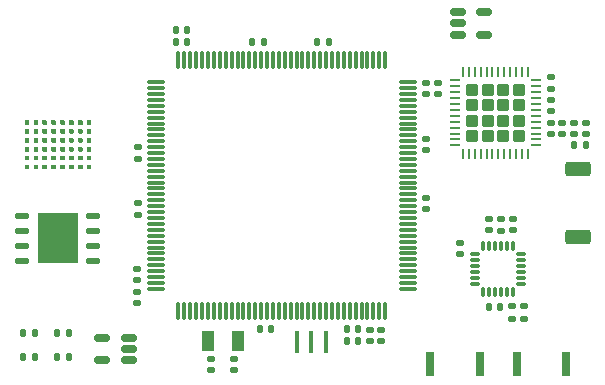
<source format=gbr>
%TF.GenerationSoftware,KiCad,Pcbnew,(6.0.4)*%
%TF.CreationDate,2023-02-01T13:33:48+08:00*%
%TF.ProjectId,Core_M4,436f7265-5f4d-4342-9e6b-696361645f70,rev?*%
%TF.SameCoordinates,Original*%
%TF.FileFunction,Paste,Top*%
%TF.FilePolarity,Positive*%
%FSLAX46Y46*%
G04 Gerber Fmt 4.6, Leading zero omitted, Abs format (unit mm)*
G04 Created by KiCad (PCBNEW (6.0.4)) date 2023-02-01 13:33:48*
%MOMM*%
%LPD*%
G01*
G04 APERTURE LIST*
G04 Aperture macros list*
%AMRoundRect*
0 Rectangle with rounded corners*
0 $1 Rounding radius*
0 $2 $3 $4 $5 $6 $7 $8 $9 X,Y pos of 4 corners*
0 Add a 4 corners polygon primitive as box body*
4,1,4,$2,$3,$4,$5,$6,$7,$8,$9,$2,$3,0*
0 Add four circle primitives for the rounded corners*
1,1,$1+$1,$2,$3*
1,1,$1+$1,$4,$5*
1,1,$1+$1,$6,$7*
1,1,$1+$1,$8,$9*
0 Add four rect primitives between the rounded corners*
20,1,$1+$1,$2,$3,$4,$5,0*
20,1,$1+$1,$4,$5,$6,$7,0*
20,1,$1+$1,$6,$7,$8,$9,0*
20,1,$1+$1,$8,$9,$2,$3,0*%
G04 Aperture macros list end*
%ADD10C,0.120000*%
%ADD11RoundRect,0.135000X0.185000X-0.135000X0.185000X0.135000X-0.185000X0.135000X-0.185000X-0.135000X0*%
%ADD12R,0.400000X1.900000*%
%ADD13RoundRect,0.075000X0.075000X-0.662500X0.075000X0.662500X-0.075000X0.662500X-0.075000X-0.662500X0*%
%ADD14RoundRect,0.075000X0.662500X-0.075000X0.662500X0.075000X-0.662500X0.075000X-0.662500X-0.075000X0*%
%ADD15RoundRect,0.140000X-0.170000X0.140000X-0.170000X-0.140000X0.170000X-0.140000X0.170000X0.140000X0*%
%ADD16RoundRect,0.140000X0.170000X-0.140000X0.170000X0.140000X-0.170000X0.140000X-0.170000X-0.140000X0*%
%ADD17RoundRect,0.140000X-0.140000X-0.170000X0.140000X-0.170000X0.140000X0.170000X-0.140000X0.170000X0*%
%ADD18RoundRect,0.147500X-0.147500X-0.172500X0.147500X-0.172500X0.147500X0.172500X-0.147500X0.172500X0*%
%ADD19C,0.400000*%
%ADD20RoundRect,0.250000X0.285000X0.285000X-0.285000X0.285000X-0.285000X-0.285000X0.285000X-0.285000X0*%
%ADD21RoundRect,0.062500X0.337500X0.062500X-0.337500X0.062500X-0.337500X-0.062500X0.337500X-0.062500X0*%
%ADD22RoundRect,0.062500X0.062500X0.337500X-0.062500X0.337500X-0.062500X-0.337500X0.062500X-0.337500X0*%
%ADD23RoundRect,0.075000X0.350000X0.075000X-0.350000X0.075000X-0.350000X-0.075000X0.350000X-0.075000X0*%
%ADD24RoundRect,0.075000X-0.075000X0.350000X-0.075000X-0.350000X0.075000X-0.350000X0.075000X0.350000X0*%
%ADD25RoundRect,0.140000X0.140000X0.170000X-0.140000X0.170000X-0.140000X-0.170000X0.140000X-0.170000X0*%
%ADD26RoundRect,0.135000X0.135000X0.185000X-0.135000X0.185000X-0.135000X-0.185000X0.135000X-0.185000X0*%
%ADD27R,1.000000X1.800000*%
%ADD28R,0.800000X2.000000*%
%ADD29RoundRect,0.250000X-0.850000X0.350000X-0.850000X-0.350000X0.850000X-0.350000X0.850000X0.350000X0*%
%ADD30RoundRect,0.135000X-0.185000X0.135000X-0.185000X-0.135000X0.185000X-0.135000X0.185000X0.135000X0*%
%ADD31RoundRect,0.150000X-0.512500X-0.150000X0.512500X-0.150000X0.512500X0.150000X-0.512500X0.150000X0*%
%ADD32RoundRect,0.150000X0.512500X0.150000X-0.512500X0.150000X-0.512500X-0.150000X0.512500X-0.150000X0*%
%ADD33O,1.276000X0.581000*%
%ADD34R,3.400000X4.300000*%
G04 APERTURE END LIST*
%TO.C,U2*%
G36*
X42295000Y-64483000D02*
G01*
X42295000Y-64707000D01*
X42267000Y-64735000D01*
X42043000Y-64735000D01*
X42015000Y-64707000D01*
X42015000Y-64483000D01*
X42043000Y-64455000D01*
X42267000Y-64455000D01*
X42295000Y-64483000D01*
G37*
D10*
X42295000Y-64483000D02*
X42295000Y-64707000D01*
X42267000Y-64735000D01*
X42043000Y-64735000D01*
X42015000Y-64707000D01*
X42015000Y-64483000D01*
X42043000Y-64455000D01*
X42267000Y-64455000D01*
X42295000Y-64483000D01*
G36*
X38545000Y-65233000D02*
G01*
X38545000Y-65457000D01*
X38517000Y-65485000D01*
X38293000Y-65485000D01*
X38265000Y-65457000D01*
X38265000Y-65233000D01*
X38293000Y-65205000D01*
X38517000Y-65205000D01*
X38545000Y-65233000D01*
G37*
X38545000Y-65233000D02*
X38545000Y-65457000D01*
X38517000Y-65485000D01*
X38293000Y-65485000D01*
X38265000Y-65457000D01*
X38265000Y-65233000D01*
X38293000Y-65205000D01*
X38517000Y-65205000D01*
X38545000Y-65233000D01*
G36*
X40045000Y-65233000D02*
G01*
X40045000Y-65457000D01*
X40017000Y-65485000D01*
X39793000Y-65485000D01*
X39765000Y-65457000D01*
X39765000Y-65233000D01*
X39793000Y-65205000D01*
X40017000Y-65205000D01*
X40045000Y-65233000D01*
G37*
X40045000Y-65233000D02*
X40045000Y-65457000D01*
X40017000Y-65485000D01*
X39793000Y-65485000D01*
X39765000Y-65457000D01*
X39765000Y-65233000D01*
X39793000Y-65205000D01*
X40017000Y-65205000D01*
X40045000Y-65233000D01*
G36*
X39295000Y-64483000D02*
G01*
X39295000Y-64707000D01*
X39267000Y-64735000D01*
X39043000Y-64735000D01*
X39015000Y-64707000D01*
X39015000Y-64483000D01*
X39043000Y-64455000D01*
X39267000Y-64455000D01*
X39295000Y-64483000D01*
G37*
X39295000Y-64483000D02*
X39295000Y-64707000D01*
X39267000Y-64735000D01*
X39043000Y-64735000D01*
X39015000Y-64707000D01*
X39015000Y-64483000D01*
X39043000Y-64455000D01*
X39267000Y-64455000D01*
X39295000Y-64483000D01*
G36*
X42295000Y-66733000D02*
G01*
X42295000Y-66957000D01*
X42267000Y-66985000D01*
X42043000Y-66985000D01*
X42015000Y-66957000D01*
X42015000Y-66733000D01*
X42043000Y-66705000D01*
X42267000Y-66705000D01*
X42295000Y-66733000D01*
G37*
X42295000Y-66733000D02*
X42295000Y-66957000D01*
X42267000Y-66985000D01*
X42043000Y-66985000D01*
X42015000Y-66957000D01*
X42015000Y-66733000D01*
X42043000Y-66705000D01*
X42267000Y-66705000D01*
X42295000Y-66733000D01*
G36*
X43045000Y-62983000D02*
G01*
X43045000Y-63207000D01*
X43017000Y-63235000D01*
X42793000Y-63235000D01*
X42765000Y-63207000D01*
X42765000Y-62983000D01*
X42793000Y-62955000D01*
X43017000Y-62955000D01*
X43045000Y-62983000D01*
G37*
X43045000Y-62983000D02*
X43045000Y-63207000D01*
X43017000Y-63235000D01*
X42793000Y-63235000D01*
X42765000Y-63207000D01*
X42765000Y-62983000D01*
X42793000Y-62955000D01*
X43017000Y-62955000D01*
X43045000Y-62983000D01*
G36*
X41545000Y-63733000D02*
G01*
X41545000Y-63957000D01*
X41517000Y-63985000D01*
X41293000Y-63985000D01*
X41265000Y-63957000D01*
X41265000Y-63733000D01*
X41293000Y-63705000D01*
X41517000Y-63705000D01*
X41545000Y-63733000D01*
G37*
X41545000Y-63733000D02*
X41545000Y-63957000D01*
X41517000Y-63985000D01*
X41293000Y-63985000D01*
X41265000Y-63957000D01*
X41265000Y-63733000D01*
X41293000Y-63705000D01*
X41517000Y-63705000D01*
X41545000Y-63733000D01*
G36*
X41545000Y-66733000D02*
G01*
X41545000Y-66957000D01*
X41517000Y-66985000D01*
X41293000Y-66985000D01*
X41265000Y-66957000D01*
X41265000Y-66733000D01*
X41293000Y-66705000D01*
X41517000Y-66705000D01*
X41545000Y-66733000D01*
G37*
X41545000Y-66733000D02*
X41545000Y-66957000D01*
X41517000Y-66985000D01*
X41293000Y-66985000D01*
X41265000Y-66957000D01*
X41265000Y-66733000D01*
X41293000Y-66705000D01*
X41517000Y-66705000D01*
X41545000Y-66733000D01*
G36*
X39295000Y-65233000D02*
G01*
X39295000Y-65457000D01*
X39267000Y-65485000D01*
X39043000Y-65485000D01*
X39015000Y-65457000D01*
X39015000Y-65233000D01*
X39043000Y-65205000D01*
X39267000Y-65205000D01*
X39295000Y-65233000D01*
G37*
X39295000Y-65233000D02*
X39295000Y-65457000D01*
X39267000Y-65485000D01*
X39043000Y-65485000D01*
X39015000Y-65457000D01*
X39015000Y-65233000D01*
X39043000Y-65205000D01*
X39267000Y-65205000D01*
X39295000Y-65233000D01*
G36*
X42295000Y-62983000D02*
G01*
X42295000Y-63207000D01*
X42267000Y-63235000D01*
X42043000Y-63235000D01*
X42015000Y-63207000D01*
X42015000Y-62983000D01*
X42043000Y-62955000D01*
X42267000Y-62955000D01*
X42295000Y-62983000D01*
G37*
X42295000Y-62983000D02*
X42295000Y-63207000D01*
X42267000Y-63235000D01*
X42043000Y-63235000D01*
X42015000Y-63207000D01*
X42015000Y-62983000D01*
X42043000Y-62955000D01*
X42267000Y-62955000D01*
X42295000Y-62983000D01*
G36*
X40045000Y-64483000D02*
G01*
X40045000Y-64707000D01*
X40017000Y-64735000D01*
X39793000Y-64735000D01*
X39765000Y-64707000D01*
X39765000Y-64483000D01*
X39793000Y-64455000D01*
X40017000Y-64455000D01*
X40045000Y-64483000D01*
G37*
X40045000Y-64483000D02*
X40045000Y-64707000D01*
X40017000Y-64735000D01*
X39793000Y-64735000D01*
X39765000Y-64707000D01*
X39765000Y-64483000D01*
X39793000Y-64455000D01*
X40017000Y-64455000D01*
X40045000Y-64483000D01*
G36*
X42295000Y-63733000D02*
G01*
X42295000Y-63957000D01*
X42267000Y-63985000D01*
X42043000Y-63985000D01*
X42015000Y-63957000D01*
X42015000Y-63733000D01*
X42043000Y-63705000D01*
X42267000Y-63705000D01*
X42295000Y-63733000D01*
G37*
X42295000Y-63733000D02*
X42295000Y-63957000D01*
X42267000Y-63985000D01*
X42043000Y-63985000D01*
X42015000Y-63957000D01*
X42015000Y-63733000D01*
X42043000Y-63705000D01*
X42267000Y-63705000D01*
X42295000Y-63733000D01*
G36*
X37795000Y-65233000D02*
G01*
X37795000Y-65457000D01*
X37767000Y-65485000D01*
X37543000Y-65485000D01*
X37515000Y-65457000D01*
X37515000Y-65233000D01*
X37543000Y-65205000D01*
X37767000Y-65205000D01*
X37795000Y-65233000D01*
G37*
X37795000Y-65233000D02*
X37795000Y-65457000D01*
X37767000Y-65485000D01*
X37543000Y-65485000D01*
X37515000Y-65457000D01*
X37515000Y-65233000D01*
X37543000Y-65205000D01*
X37767000Y-65205000D01*
X37795000Y-65233000D01*
G36*
X43045000Y-65233000D02*
G01*
X43045000Y-65457000D01*
X43017000Y-65485000D01*
X42793000Y-65485000D01*
X42765000Y-65457000D01*
X42765000Y-65233000D01*
X42793000Y-65205000D01*
X43017000Y-65205000D01*
X43045000Y-65233000D01*
G37*
X43045000Y-65233000D02*
X43045000Y-65457000D01*
X43017000Y-65485000D01*
X42793000Y-65485000D01*
X42765000Y-65457000D01*
X42765000Y-65233000D01*
X42793000Y-65205000D01*
X43017000Y-65205000D01*
X43045000Y-65233000D01*
G36*
X39295000Y-63733000D02*
G01*
X39295000Y-63957000D01*
X39267000Y-63985000D01*
X39043000Y-63985000D01*
X39015000Y-63957000D01*
X39015000Y-63733000D01*
X39043000Y-63705000D01*
X39267000Y-63705000D01*
X39295000Y-63733000D01*
G37*
X39295000Y-63733000D02*
X39295000Y-63957000D01*
X39267000Y-63985000D01*
X39043000Y-63985000D01*
X39015000Y-63957000D01*
X39015000Y-63733000D01*
X39043000Y-63705000D01*
X39267000Y-63705000D01*
X39295000Y-63733000D01*
G36*
X40795000Y-66733000D02*
G01*
X40795000Y-66957000D01*
X40767000Y-66985000D01*
X40543000Y-66985000D01*
X40515000Y-66957000D01*
X40515000Y-66733000D01*
X40543000Y-66705000D01*
X40767000Y-66705000D01*
X40795000Y-66733000D01*
G37*
X40795000Y-66733000D02*
X40795000Y-66957000D01*
X40767000Y-66985000D01*
X40543000Y-66985000D01*
X40515000Y-66957000D01*
X40515000Y-66733000D01*
X40543000Y-66705000D01*
X40767000Y-66705000D01*
X40795000Y-66733000D01*
G36*
X43045000Y-64483000D02*
G01*
X43045000Y-64707000D01*
X43017000Y-64735000D01*
X42793000Y-64735000D01*
X42765000Y-64707000D01*
X42765000Y-64483000D01*
X42793000Y-64455000D01*
X43017000Y-64455000D01*
X43045000Y-64483000D01*
G37*
X43045000Y-64483000D02*
X43045000Y-64707000D01*
X43017000Y-64735000D01*
X42793000Y-64735000D01*
X42765000Y-64707000D01*
X42765000Y-64483000D01*
X42793000Y-64455000D01*
X43017000Y-64455000D01*
X43045000Y-64483000D01*
G36*
X40795000Y-65233000D02*
G01*
X40795000Y-65457000D01*
X40767000Y-65485000D01*
X40543000Y-65485000D01*
X40515000Y-65457000D01*
X40515000Y-65233000D01*
X40543000Y-65205000D01*
X40767000Y-65205000D01*
X40795000Y-65233000D01*
G37*
X40795000Y-65233000D02*
X40795000Y-65457000D01*
X40767000Y-65485000D01*
X40543000Y-65485000D01*
X40515000Y-65457000D01*
X40515000Y-65233000D01*
X40543000Y-65205000D01*
X40767000Y-65205000D01*
X40795000Y-65233000D01*
G36*
X38545000Y-64483000D02*
G01*
X38545000Y-64707000D01*
X38517000Y-64735000D01*
X38293000Y-64735000D01*
X38265000Y-64707000D01*
X38265000Y-64483000D01*
X38293000Y-64455000D01*
X38517000Y-64455000D01*
X38545000Y-64483000D01*
G37*
X38545000Y-64483000D02*
X38545000Y-64707000D01*
X38517000Y-64735000D01*
X38293000Y-64735000D01*
X38265000Y-64707000D01*
X38265000Y-64483000D01*
X38293000Y-64455000D01*
X38517000Y-64455000D01*
X38545000Y-64483000D01*
G36*
X41545000Y-62983000D02*
G01*
X41545000Y-63207000D01*
X41517000Y-63235000D01*
X41293000Y-63235000D01*
X41265000Y-63207000D01*
X41265000Y-62983000D01*
X41293000Y-62955000D01*
X41517000Y-62955000D01*
X41545000Y-62983000D01*
G37*
X41545000Y-62983000D02*
X41545000Y-63207000D01*
X41517000Y-63235000D01*
X41293000Y-63235000D01*
X41265000Y-63207000D01*
X41265000Y-62983000D01*
X41293000Y-62955000D01*
X41517000Y-62955000D01*
X41545000Y-62983000D01*
G36*
X42295000Y-65233000D02*
G01*
X42295000Y-65457000D01*
X42267000Y-65485000D01*
X42043000Y-65485000D01*
X42015000Y-65457000D01*
X42015000Y-65233000D01*
X42043000Y-65205000D01*
X42267000Y-65205000D01*
X42295000Y-65233000D01*
G37*
X42295000Y-65233000D02*
X42295000Y-65457000D01*
X42267000Y-65485000D01*
X42043000Y-65485000D01*
X42015000Y-65457000D01*
X42015000Y-65233000D01*
X42043000Y-65205000D01*
X42267000Y-65205000D01*
X42295000Y-65233000D01*
G36*
X40045000Y-65983000D02*
G01*
X40045000Y-66207000D01*
X40017000Y-66235000D01*
X39793000Y-66235000D01*
X39765000Y-66207000D01*
X39765000Y-65983000D01*
X39793000Y-65955000D01*
X40017000Y-65955000D01*
X40045000Y-65983000D01*
G37*
X40045000Y-65983000D02*
X40045000Y-66207000D01*
X40017000Y-66235000D01*
X39793000Y-66235000D01*
X39765000Y-66207000D01*
X39765000Y-65983000D01*
X39793000Y-65955000D01*
X40017000Y-65955000D01*
X40045000Y-65983000D01*
G36*
X39295000Y-65983000D02*
G01*
X39295000Y-66207000D01*
X39267000Y-66235000D01*
X39043000Y-66235000D01*
X39015000Y-66207000D01*
X39015000Y-65983000D01*
X39043000Y-65955000D01*
X39267000Y-65955000D01*
X39295000Y-65983000D01*
G37*
X39295000Y-65983000D02*
X39295000Y-66207000D01*
X39267000Y-66235000D01*
X39043000Y-66235000D01*
X39015000Y-66207000D01*
X39015000Y-65983000D01*
X39043000Y-65955000D01*
X39267000Y-65955000D01*
X39295000Y-65983000D01*
G36*
X40045000Y-66733000D02*
G01*
X40045000Y-66957000D01*
X40017000Y-66985000D01*
X39793000Y-66985000D01*
X39765000Y-66957000D01*
X39765000Y-66733000D01*
X39793000Y-66705000D01*
X40017000Y-66705000D01*
X40045000Y-66733000D01*
G37*
X40045000Y-66733000D02*
X40045000Y-66957000D01*
X40017000Y-66985000D01*
X39793000Y-66985000D01*
X39765000Y-66957000D01*
X39765000Y-66733000D01*
X39793000Y-66705000D01*
X40017000Y-66705000D01*
X40045000Y-66733000D01*
G36*
X38545000Y-66733000D02*
G01*
X38545000Y-66957000D01*
X38517000Y-66985000D01*
X38293000Y-66985000D01*
X38265000Y-66957000D01*
X38265000Y-66733000D01*
X38293000Y-66705000D01*
X38517000Y-66705000D01*
X38545000Y-66733000D01*
G37*
X38545000Y-66733000D02*
X38545000Y-66957000D01*
X38517000Y-66985000D01*
X38293000Y-66985000D01*
X38265000Y-66957000D01*
X38265000Y-66733000D01*
X38293000Y-66705000D01*
X38517000Y-66705000D01*
X38545000Y-66733000D01*
G36*
X40045000Y-62983000D02*
G01*
X40045000Y-63207000D01*
X40017000Y-63235000D01*
X39793000Y-63235000D01*
X39765000Y-63207000D01*
X39765000Y-62983000D01*
X39793000Y-62955000D01*
X40017000Y-62955000D01*
X40045000Y-62983000D01*
G37*
X40045000Y-62983000D02*
X40045000Y-63207000D01*
X40017000Y-63235000D01*
X39793000Y-63235000D01*
X39765000Y-63207000D01*
X39765000Y-62983000D01*
X39793000Y-62955000D01*
X40017000Y-62955000D01*
X40045000Y-62983000D01*
G36*
X38545000Y-63733000D02*
G01*
X38545000Y-63957000D01*
X38517000Y-63985000D01*
X38293000Y-63985000D01*
X38265000Y-63957000D01*
X38265000Y-63733000D01*
X38293000Y-63705000D01*
X38517000Y-63705000D01*
X38545000Y-63733000D01*
G37*
X38545000Y-63733000D02*
X38545000Y-63957000D01*
X38517000Y-63985000D01*
X38293000Y-63985000D01*
X38265000Y-63957000D01*
X38265000Y-63733000D01*
X38293000Y-63705000D01*
X38517000Y-63705000D01*
X38545000Y-63733000D01*
G36*
X39295000Y-62983000D02*
G01*
X39295000Y-63207000D01*
X39267000Y-63235000D01*
X39043000Y-63235000D01*
X39015000Y-63207000D01*
X39015000Y-62983000D01*
X39043000Y-62955000D01*
X39267000Y-62955000D01*
X39295000Y-62983000D01*
G37*
X39295000Y-62983000D02*
X39295000Y-63207000D01*
X39267000Y-63235000D01*
X39043000Y-63235000D01*
X39015000Y-63207000D01*
X39015000Y-62983000D01*
X39043000Y-62955000D01*
X39267000Y-62955000D01*
X39295000Y-62983000D01*
G36*
X37795000Y-62983000D02*
G01*
X37795000Y-63207000D01*
X37767000Y-63235000D01*
X37543000Y-63235000D01*
X37515000Y-63207000D01*
X37515000Y-62983000D01*
X37543000Y-62955000D01*
X37767000Y-62955000D01*
X37795000Y-62983000D01*
G37*
X37795000Y-62983000D02*
X37795000Y-63207000D01*
X37767000Y-63235000D01*
X37543000Y-63235000D01*
X37515000Y-63207000D01*
X37515000Y-62983000D01*
X37543000Y-62955000D01*
X37767000Y-62955000D01*
X37795000Y-62983000D01*
G36*
X38545000Y-62983000D02*
G01*
X38545000Y-63207000D01*
X38517000Y-63235000D01*
X38293000Y-63235000D01*
X38265000Y-63207000D01*
X38265000Y-62983000D01*
X38293000Y-62955000D01*
X38517000Y-62955000D01*
X38545000Y-62983000D01*
G37*
X38545000Y-62983000D02*
X38545000Y-63207000D01*
X38517000Y-63235000D01*
X38293000Y-63235000D01*
X38265000Y-63207000D01*
X38265000Y-62983000D01*
X38293000Y-62955000D01*
X38517000Y-62955000D01*
X38545000Y-62983000D01*
G36*
X41545000Y-64483000D02*
G01*
X41545000Y-64707000D01*
X41517000Y-64735000D01*
X41293000Y-64735000D01*
X41265000Y-64707000D01*
X41265000Y-64483000D01*
X41293000Y-64455000D01*
X41517000Y-64455000D01*
X41545000Y-64483000D01*
G37*
X41545000Y-64483000D02*
X41545000Y-64707000D01*
X41517000Y-64735000D01*
X41293000Y-64735000D01*
X41265000Y-64707000D01*
X41265000Y-64483000D01*
X41293000Y-64455000D01*
X41517000Y-64455000D01*
X41545000Y-64483000D01*
G36*
X37795000Y-63733000D02*
G01*
X37795000Y-63957000D01*
X37767000Y-63985000D01*
X37543000Y-63985000D01*
X37515000Y-63957000D01*
X37515000Y-63733000D01*
X37543000Y-63705000D01*
X37767000Y-63705000D01*
X37795000Y-63733000D01*
G37*
X37795000Y-63733000D02*
X37795000Y-63957000D01*
X37767000Y-63985000D01*
X37543000Y-63985000D01*
X37515000Y-63957000D01*
X37515000Y-63733000D01*
X37543000Y-63705000D01*
X37767000Y-63705000D01*
X37795000Y-63733000D01*
G36*
X37795000Y-64483000D02*
G01*
X37795000Y-64707000D01*
X37767000Y-64735000D01*
X37543000Y-64735000D01*
X37515000Y-64707000D01*
X37515000Y-64483000D01*
X37543000Y-64455000D01*
X37767000Y-64455000D01*
X37795000Y-64483000D01*
G37*
X37795000Y-64483000D02*
X37795000Y-64707000D01*
X37767000Y-64735000D01*
X37543000Y-64735000D01*
X37515000Y-64707000D01*
X37515000Y-64483000D01*
X37543000Y-64455000D01*
X37767000Y-64455000D01*
X37795000Y-64483000D01*
G36*
X43045000Y-65983000D02*
G01*
X43045000Y-66207000D01*
X43017000Y-66235000D01*
X42793000Y-66235000D01*
X42765000Y-66207000D01*
X42765000Y-65983000D01*
X42793000Y-65955000D01*
X43017000Y-65955000D01*
X43045000Y-65983000D01*
G37*
X43045000Y-65983000D02*
X43045000Y-66207000D01*
X43017000Y-66235000D01*
X42793000Y-66235000D01*
X42765000Y-66207000D01*
X42765000Y-65983000D01*
X42793000Y-65955000D01*
X43017000Y-65955000D01*
X43045000Y-65983000D01*
G36*
X37795000Y-66733000D02*
G01*
X37795000Y-66957000D01*
X37767000Y-66985000D01*
X37543000Y-66985000D01*
X37515000Y-66957000D01*
X37515000Y-66733000D01*
X37543000Y-66705000D01*
X37767000Y-66705000D01*
X37795000Y-66733000D01*
G37*
X37795000Y-66733000D02*
X37795000Y-66957000D01*
X37767000Y-66985000D01*
X37543000Y-66985000D01*
X37515000Y-66957000D01*
X37515000Y-66733000D01*
X37543000Y-66705000D01*
X37767000Y-66705000D01*
X37795000Y-66733000D01*
G36*
X42295000Y-65983000D02*
G01*
X42295000Y-66207000D01*
X42267000Y-66235000D01*
X42043000Y-66235000D01*
X42015000Y-66207000D01*
X42015000Y-65983000D01*
X42043000Y-65955000D01*
X42267000Y-65955000D01*
X42295000Y-65983000D01*
G37*
X42295000Y-65983000D02*
X42295000Y-66207000D01*
X42267000Y-66235000D01*
X42043000Y-66235000D01*
X42015000Y-66207000D01*
X42015000Y-65983000D01*
X42043000Y-65955000D01*
X42267000Y-65955000D01*
X42295000Y-65983000D01*
G36*
X38545000Y-65983000D02*
G01*
X38545000Y-66207000D01*
X38517000Y-66235000D01*
X38293000Y-66235000D01*
X38265000Y-66207000D01*
X38265000Y-65983000D01*
X38293000Y-65955000D01*
X38517000Y-65955000D01*
X38545000Y-65983000D01*
G37*
X38545000Y-65983000D02*
X38545000Y-66207000D01*
X38517000Y-66235000D01*
X38293000Y-66235000D01*
X38265000Y-66207000D01*
X38265000Y-65983000D01*
X38293000Y-65955000D01*
X38517000Y-65955000D01*
X38545000Y-65983000D01*
G36*
X41545000Y-65233000D02*
G01*
X41545000Y-65457000D01*
X41517000Y-65485000D01*
X41293000Y-65485000D01*
X41265000Y-65457000D01*
X41265000Y-65233000D01*
X41293000Y-65205000D01*
X41517000Y-65205000D01*
X41545000Y-65233000D01*
G37*
X41545000Y-65233000D02*
X41545000Y-65457000D01*
X41517000Y-65485000D01*
X41293000Y-65485000D01*
X41265000Y-65457000D01*
X41265000Y-65233000D01*
X41293000Y-65205000D01*
X41517000Y-65205000D01*
X41545000Y-65233000D01*
G36*
X41545000Y-65983000D02*
G01*
X41545000Y-66207000D01*
X41517000Y-66235000D01*
X41293000Y-66235000D01*
X41265000Y-66207000D01*
X41265000Y-65983000D01*
X41293000Y-65955000D01*
X41517000Y-65955000D01*
X41545000Y-65983000D01*
G37*
X41545000Y-65983000D02*
X41545000Y-66207000D01*
X41517000Y-66235000D01*
X41293000Y-66235000D01*
X41265000Y-66207000D01*
X41265000Y-65983000D01*
X41293000Y-65955000D01*
X41517000Y-65955000D01*
X41545000Y-65983000D01*
G36*
X40045000Y-63733000D02*
G01*
X40045000Y-63957000D01*
X40017000Y-63985000D01*
X39793000Y-63985000D01*
X39765000Y-63957000D01*
X39765000Y-63733000D01*
X39793000Y-63705000D01*
X40017000Y-63705000D01*
X40045000Y-63733000D01*
G37*
X40045000Y-63733000D02*
X40045000Y-63957000D01*
X40017000Y-63985000D01*
X39793000Y-63985000D01*
X39765000Y-63957000D01*
X39765000Y-63733000D01*
X39793000Y-63705000D01*
X40017000Y-63705000D01*
X40045000Y-63733000D01*
G36*
X40795000Y-64483000D02*
G01*
X40795000Y-64707000D01*
X40767000Y-64735000D01*
X40543000Y-64735000D01*
X40515000Y-64707000D01*
X40515000Y-64483000D01*
X40543000Y-64455000D01*
X40767000Y-64455000D01*
X40795000Y-64483000D01*
G37*
X40795000Y-64483000D02*
X40795000Y-64707000D01*
X40767000Y-64735000D01*
X40543000Y-64735000D01*
X40515000Y-64707000D01*
X40515000Y-64483000D01*
X40543000Y-64455000D01*
X40767000Y-64455000D01*
X40795000Y-64483000D01*
G36*
X39295000Y-66733000D02*
G01*
X39295000Y-66957000D01*
X39267000Y-66985000D01*
X39043000Y-66985000D01*
X39015000Y-66957000D01*
X39015000Y-66733000D01*
X39043000Y-66705000D01*
X39267000Y-66705000D01*
X39295000Y-66733000D01*
G37*
X39295000Y-66733000D02*
X39295000Y-66957000D01*
X39267000Y-66985000D01*
X39043000Y-66985000D01*
X39015000Y-66957000D01*
X39015000Y-66733000D01*
X39043000Y-66705000D01*
X39267000Y-66705000D01*
X39295000Y-66733000D01*
G36*
X37795000Y-65983000D02*
G01*
X37795000Y-66207000D01*
X37767000Y-66235000D01*
X37543000Y-66235000D01*
X37515000Y-66207000D01*
X37515000Y-65983000D01*
X37543000Y-65955000D01*
X37767000Y-65955000D01*
X37795000Y-65983000D01*
G37*
X37795000Y-65983000D02*
X37795000Y-66207000D01*
X37767000Y-66235000D01*
X37543000Y-66235000D01*
X37515000Y-66207000D01*
X37515000Y-65983000D01*
X37543000Y-65955000D01*
X37767000Y-65955000D01*
X37795000Y-65983000D01*
G36*
X43045000Y-66733000D02*
G01*
X43045000Y-66957000D01*
X43017000Y-66985000D01*
X42793000Y-66985000D01*
X42765000Y-66957000D01*
X42765000Y-66733000D01*
X42793000Y-66705000D01*
X43017000Y-66705000D01*
X43045000Y-66733000D01*
G37*
X43045000Y-66733000D02*
X43045000Y-66957000D01*
X43017000Y-66985000D01*
X42793000Y-66985000D01*
X42765000Y-66957000D01*
X42765000Y-66733000D01*
X42793000Y-66705000D01*
X43017000Y-66705000D01*
X43045000Y-66733000D01*
G36*
X40795000Y-63733000D02*
G01*
X40795000Y-63957000D01*
X40767000Y-63985000D01*
X40543000Y-63985000D01*
X40515000Y-63957000D01*
X40515000Y-63733000D01*
X40543000Y-63705000D01*
X40767000Y-63705000D01*
X40795000Y-63733000D01*
G37*
X40795000Y-63733000D02*
X40795000Y-63957000D01*
X40767000Y-63985000D01*
X40543000Y-63985000D01*
X40515000Y-63957000D01*
X40515000Y-63733000D01*
X40543000Y-63705000D01*
X40767000Y-63705000D01*
X40795000Y-63733000D01*
G36*
X40795000Y-62983000D02*
G01*
X40795000Y-63207000D01*
X40767000Y-63235000D01*
X40543000Y-63235000D01*
X40515000Y-63207000D01*
X40515000Y-62983000D01*
X40543000Y-62955000D01*
X40767000Y-62955000D01*
X40795000Y-62983000D01*
G37*
X40795000Y-62983000D02*
X40795000Y-63207000D01*
X40767000Y-63235000D01*
X40543000Y-63235000D01*
X40515000Y-63207000D01*
X40515000Y-62983000D01*
X40543000Y-62955000D01*
X40767000Y-62955000D01*
X40795000Y-62983000D01*
G36*
X43045000Y-63733000D02*
G01*
X43045000Y-63957000D01*
X43017000Y-63985000D01*
X42793000Y-63985000D01*
X42765000Y-63957000D01*
X42765000Y-63733000D01*
X42793000Y-63705000D01*
X43017000Y-63705000D01*
X43045000Y-63733000D01*
G37*
X43045000Y-63733000D02*
X43045000Y-63957000D01*
X43017000Y-63985000D01*
X42793000Y-63985000D01*
X42765000Y-63957000D01*
X42765000Y-63733000D01*
X42793000Y-63705000D01*
X43017000Y-63705000D01*
X43045000Y-63733000D01*
G36*
X40795000Y-65983000D02*
G01*
X40795000Y-66207000D01*
X40767000Y-66235000D01*
X40543000Y-66235000D01*
X40515000Y-66207000D01*
X40515000Y-65983000D01*
X40543000Y-65955000D01*
X40767000Y-65955000D01*
X40795000Y-65983000D01*
G37*
X40795000Y-65983000D02*
X40795000Y-66207000D01*
X40767000Y-66235000D01*
X40543000Y-66235000D01*
X40515000Y-66207000D01*
X40515000Y-65983000D01*
X40543000Y-65955000D01*
X40767000Y-65955000D01*
X40795000Y-65983000D01*
%TD*%
D11*
%TO.C,R7*%
X78730000Y-79710000D03*
X78730000Y-78690000D03*
%TD*%
D12*
%TO.C,Y1*%
X60560000Y-81690000D03*
X61760000Y-81690000D03*
X62960000Y-81690000D03*
%TD*%
D13*
%TO.C,U1*%
X50500000Y-79112500D03*
X51000000Y-79112500D03*
X51500000Y-79112500D03*
X52000000Y-79112500D03*
X52500000Y-79112500D03*
X53000000Y-79112500D03*
X53500000Y-79112500D03*
X54000000Y-79112500D03*
X54500000Y-79112500D03*
X55000000Y-79112500D03*
X55500000Y-79112500D03*
X56000000Y-79112500D03*
X56500000Y-79112500D03*
X57000000Y-79112500D03*
X57500000Y-79112500D03*
X58000000Y-79112500D03*
X58500000Y-79112500D03*
X59000000Y-79112500D03*
X59500000Y-79112500D03*
X60000000Y-79112500D03*
X60500000Y-79112500D03*
X61000000Y-79112500D03*
X61500000Y-79112500D03*
X62000000Y-79112500D03*
X62500000Y-79112500D03*
X63000000Y-79112500D03*
X63500000Y-79112500D03*
X64000000Y-79112500D03*
X64500000Y-79112500D03*
X65000000Y-79112500D03*
X65500000Y-79112500D03*
X66000000Y-79112500D03*
X66500000Y-79112500D03*
X67000000Y-79112500D03*
X67500000Y-79112500D03*
X68000000Y-79112500D03*
D14*
X69912500Y-77200000D03*
X69912500Y-76700000D03*
X69912500Y-76200000D03*
X69912500Y-75700000D03*
X69912500Y-75200000D03*
X69912500Y-74700000D03*
X69912500Y-74200000D03*
X69912500Y-73700000D03*
X69912500Y-73200000D03*
X69912500Y-72700000D03*
X69912500Y-72200000D03*
X69912500Y-71700000D03*
X69912500Y-71200000D03*
X69912500Y-70700000D03*
X69912500Y-70200000D03*
X69912500Y-69700000D03*
X69912500Y-69200000D03*
X69912500Y-68700000D03*
X69912500Y-68200000D03*
X69912500Y-67700000D03*
X69912500Y-67200000D03*
X69912500Y-66700000D03*
X69912500Y-66200000D03*
X69912500Y-65700000D03*
X69912500Y-65200000D03*
X69912500Y-64700000D03*
X69912500Y-64200000D03*
X69912500Y-63700000D03*
X69912500Y-63200000D03*
X69912500Y-62700000D03*
X69912500Y-62200000D03*
X69912500Y-61700000D03*
X69912500Y-61200000D03*
X69912500Y-60700000D03*
X69912500Y-60200000D03*
X69912500Y-59700000D03*
D13*
X68000000Y-57787500D03*
X67500000Y-57787500D03*
X67000000Y-57787500D03*
X66500000Y-57787500D03*
X66000000Y-57787500D03*
X65500000Y-57787500D03*
X65000000Y-57787500D03*
X64500000Y-57787500D03*
X64000000Y-57787500D03*
X63500000Y-57787500D03*
X63000000Y-57787500D03*
X62500000Y-57787500D03*
X62000000Y-57787500D03*
X61500000Y-57787500D03*
X61000000Y-57787500D03*
X60500000Y-57787500D03*
X60000000Y-57787500D03*
X59500000Y-57787500D03*
X59000000Y-57787500D03*
X58500000Y-57787500D03*
X58000000Y-57787500D03*
X57500000Y-57787500D03*
X57000000Y-57787500D03*
X56500000Y-57787500D03*
X56000000Y-57787500D03*
X55500000Y-57787500D03*
X55000000Y-57787500D03*
X54500000Y-57787500D03*
X54000000Y-57787500D03*
X53500000Y-57787500D03*
X53000000Y-57787500D03*
X52500000Y-57787500D03*
X52000000Y-57787500D03*
X51500000Y-57787500D03*
X51000000Y-57787500D03*
X50500000Y-57787500D03*
D14*
X48587500Y-59700000D03*
X48587500Y-60200000D03*
X48587500Y-60700000D03*
X48587500Y-61200000D03*
X48587500Y-61700000D03*
X48587500Y-62200000D03*
X48587500Y-62700000D03*
X48587500Y-63200000D03*
X48587500Y-63700000D03*
X48587500Y-64200000D03*
X48587500Y-64700000D03*
X48587500Y-65200000D03*
X48587500Y-65700000D03*
X48587500Y-66200000D03*
X48587500Y-66700000D03*
X48587500Y-67200000D03*
X48587500Y-67700000D03*
X48587500Y-68200000D03*
X48587500Y-68700000D03*
X48587500Y-69200000D03*
X48587500Y-69700000D03*
X48587500Y-70200000D03*
X48587500Y-70700000D03*
X48587500Y-71200000D03*
X48587500Y-71700000D03*
X48587500Y-72200000D03*
X48587500Y-72700000D03*
X48587500Y-73200000D03*
X48587500Y-73700000D03*
X48587500Y-74200000D03*
X48587500Y-74700000D03*
X48587500Y-75200000D03*
X48587500Y-75700000D03*
X48587500Y-76200000D03*
X48587500Y-76700000D03*
X48587500Y-77200000D03*
%TD*%
D15*
%TO.C,C23*%
X66690000Y-80650000D03*
X66690000Y-81610000D03*
%TD*%
D16*
%TO.C,C41*%
X84970000Y-64080000D03*
X84970000Y-63120000D03*
%TD*%
D17*
%TO.C,C3*%
X56760000Y-56260000D03*
X57720000Y-56260000D03*
%TD*%
D15*
%TO.C,C12*%
X67680000Y-80650000D03*
X67680000Y-81610000D03*
%TD*%
D18*
%TO.C,D1*%
X37360000Y-82940000D03*
X38330000Y-82940000D03*
%TD*%
%TO.C,L1*%
X83995000Y-65050000D03*
X84965000Y-65050000D03*
%TD*%
D15*
%TO.C,C18*%
X71440000Y-69470000D03*
X71440000Y-70430000D03*
%TD*%
D19*
%TO.C,U2*%
X37655000Y-66845000D03*
X37655000Y-66095000D03*
X37655000Y-65345000D03*
X37655000Y-64595000D03*
X37655000Y-63845000D03*
X37655000Y-63095000D03*
X38405000Y-66845000D03*
X38405000Y-66095000D03*
X38405000Y-65345000D03*
X38405000Y-64595000D03*
X38405000Y-63845000D03*
X38405000Y-63095000D03*
X39155000Y-66845000D03*
X39155000Y-66095000D03*
X39155000Y-65345000D03*
X39155000Y-64595000D03*
X39155000Y-63845000D03*
X39155000Y-63095000D03*
X39905000Y-66845000D03*
X39905000Y-66095000D03*
X39905000Y-65345000D03*
X39905000Y-64595000D03*
X39905000Y-63845000D03*
X39905000Y-63095000D03*
X40655000Y-66845000D03*
X40655000Y-66095000D03*
X40655000Y-65345000D03*
X40655000Y-64595000D03*
X40655000Y-63845000D03*
X40655000Y-63095000D03*
X41405000Y-66845000D03*
X41405000Y-66095000D03*
X41405000Y-65345000D03*
X41405000Y-64595000D03*
X41405000Y-63845000D03*
X41405000Y-63095000D03*
X42155000Y-66845000D03*
X42155000Y-66095000D03*
X42155000Y-65345000D03*
X42155000Y-64595000D03*
X42155000Y-63845000D03*
X42155000Y-63095000D03*
X42905000Y-66845000D03*
X42905000Y-66095000D03*
X42905000Y-65345000D03*
X42905000Y-64595000D03*
X42905000Y-63845000D03*
X42905000Y-63095000D03*
%TD*%
D15*
%TO.C,C21*%
X72440000Y-59730000D03*
X72440000Y-60690000D03*
%TD*%
%TO.C,C16*%
X55210000Y-83130000D03*
X55210000Y-84090000D03*
%TD*%
D17*
%TO.C,C32*%
X76800000Y-78730000D03*
X77760000Y-78730000D03*
%TD*%
D16*
%TO.C,C38*%
X83010000Y-64080000D03*
X83010000Y-63120000D03*
%TD*%
D17*
%TO.C,C1*%
X62270000Y-56270000D03*
X63230000Y-56270000D03*
%TD*%
D16*
%TO.C,C6*%
X47050000Y-70930000D03*
X47050000Y-69970000D03*
%TD*%
%TO.C,C5*%
X47070000Y-66180000D03*
X47070000Y-65220000D03*
%TD*%
D17*
%TO.C,C14*%
X64770000Y-81620000D03*
X65730000Y-81620000D03*
%TD*%
D15*
%TO.C,C15*%
X53250000Y-83130000D03*
X53250000Y-84090000D03*
%TD*%
D16*
%TO.C,C33*%
X76750000Y-72250000D03*
X76750000Y-71290000D03*
%TD*%
D20*
%TO.C,U7*%
X77990000Y-64280000D03*
X75350000Y-64280000D03*
X77990000Y-62960000D03*
X76670000Y-61640000D03*
X75350000Y-60320000D03*
X76670000Y-60320000D03*
X77990000Y-61640000D03*
X76670000Y-62960000D03*
X76670000Y-64280000D03*
X77990000Y-60320000D03*
X79310000Y-62960000D03*
X79310000Y-64280000D03*
X75350000Y-61640000D03*
X75350000Y-62960000D03*
X79310000Y-60320000D03*
X79310000Y-61640000D03*
D21*
X80780000Y-65050000D03*
X80780000Y-64550000D03*
X80780000Y-64050000D03*
X80780000Y-63550000D03*
X80780000Y-63050000D03*
X80780000Y-62550000D03*
X80780000Y-62050000D03*
X80780000Y-61550000D03*
X80780000Y-61050000D03*
X80780000Y-60550000D03*
X80780000Y-60050000D03*
X80780000Y-59550000D03*
D22*
X80080000Y-58850000D03*
X79580000Y-58850000D03*
X79080000Y-58850000D03*
X78580000Y-58850000D03*
X78080000Y-58850000D03*
X77580000Y-58850000D03*
X77080000Y-58850000D03*
X76580000Y-58850000D03*
X76080000Y-58850000D03*
X75580000Y-58850000D03*
X75080000Y-58850000D03*
X74580000Y-58850000D03*
D21*
X73880000Y-59550000D03*
X73880000Y-60050000D03*
X73880000Y-60550000D03*
X73880000Y-61050000D03*
X73880000Y-61550000D03*
X73880000Y-62050000D03*
X73880000Y-62550000D03*
X73880000Y-63050000D03*
X73880000Y-63550000D03*
X73880000Y-64050000D03*
X73880000Y-64550000D03*
X73880000Y-65050000D03*
D22*
X74580000Y-65750000D03*
X75080000Y-65750000D03*
X75580000Y-65750000D03*
X76080000Y-65750000D03*
X76580000Y-65750000D03*
X77080000Y-65750000D03*
X77580000Y-65750000D03*
X78080000Y-65750000D03*
X78580000Y-65750000D03*
X79080000Y-65750000D03*
X79580000Y-65750000D03*
X80080000Y-65750000D03*
%TD*%
D23*
%TO.C,U4*%
X79500000Y-76750000D03*
X79500000Y-76250000D03*
X79500000Y-75750000D03*
X79500000Y-75250000D03*
X79500000Y-74750000D03*
X79500000Y-74250000D03*
D24*
X78800000Y-73550000D03*
X78300000Y-73550000D03*
X77800000Y-73550000D03*
X77300000Y-73550000D03*
X76800000Y-73550000D03*
X76300000Y-73550000D03*
D23*
X75600000Y-74250000D03*
X75600000Y-74750000D03*
X75600000Y-75250000D03*
X75600000Y-75750000D03*
X75600000Y-76250000D03*
X75600000Y-76750000D03*
D24*
X76300000Y-77450000D03*
X76800000Y-77450000D03*
X77300000Y-77450000D03*
X77800000Y-77450000D03*
X78300000Y-77450000D03*
X78800000Y-77450000D03*
%TD*%
D16*
%TO.C,C40*%
X83990000Y-64080000D03*
X83990000Y-63120000D03*
%TD*%
D18*
%TO.C,D2*%
X37360000Y-80950000D03*
X38330000Y-80950000D03*
%TD*%
D25*
%TO.C,C22*%
X51230000Y-55260000D03*
X50270000Y-55260000D03*
%TD*%
D15*
%TO.C,C19*%
X71450000Y-64480000D03*
X71450000Y-65440000D03*
%TD*%
D26*
%TO.C,R2*%
X41260000Y-80950000D03*
X40240000Y-80950000D03*
%TD*%
D15*
%TO.C,C20*%
X71440000Y-59730000D03*
X71440000Y-60690000D03*
%TD*%
D16*
%TO.C,C37*%
X82030000Y-62180000D03*
X82030000Y-61220000D03*
%TD*%
D15*
%TO.C,C7*%
X47000000Y-77430000D03*
X47000000Y-78390000D03*
%TD*%
D27*
%TO.C,Y2*%
X53000000Y-81650000D03*
X55500000Y-81650000D03*
%TD*%
D11*
%TO.C,R6*%
X77800000Y-72300000D03*
X77800000Y-71280000D03*
%TD*%
D16*
%TO.C,C11*%
X47000000Y-76480000D03*
X47000000Y-75520000D03*
%TD*%
D15*
%TO.C,C28*%
X78850000Y-71290000D03*
X78850000Y-72250000D03*
%TD*%
D28*
%TO.C,S2*%
X76024340Y-83560000D03*
X71824340Y-83560000D03*
%TD*%
D25*
%TO.C,C8*%
X58340000Y-80630000D03*
X57380000Y-80630000D03*
%TD*%
D29*
%TO.C,AE1*%
X84310000Y-67087500D03*
X84310000Y-72787500D03*
%TD*%
D17*
%TO.C,C4*%
X50270000Y-56260000D03*
X51230000Y-56260000D03*
%TD*%
D30*
%TO.C,R8*%
X82030000Y-59270000D03*
X82030000Y-60290000D03*
%TD*%
D11*
%TO.C,R5*%
X79740000Y-79710000D03*
X79740000Y-78690000D03*
%TD*%
D16*
%TO.C,C39*%
X82030000Y-64080000D03*
X82030000Y-63120000D03*
%TD*%
D26*
%TO.C,R1*%
X41260000Y-82940000D03*
X40240000Y-82940000D03*
%TD*%
D17*
%TO.C,C11*%
X64770000Y-80630000D03*
X65730000Y-80630000D03*
%TD*%
D28*
%TO.C,S1*%
X83320000Y-83560000D03*
X79120000Y-83560000D03*
%TD*%
D31*
%TO.C,U6*%
X74132500Y-53780000D03*
X74132500Y-54730000D03*
X74132500Y-55680000D03*
X76407500Y-55680000D03*
X76407500Y-53780000D03*
%TD*%
D15*
%TO.C,C30*%
X74330000Y-73280000D03*
X74330000Y-74240000D03*
%TD*%
D32*
%TO.C,U3*%
X46317500Y-83220000D03*
X46317500Y-82270000D03*
X46317500Y-81320000D03*
X44042500Y-81320000D03*
X44042500Y-83220000D03*
%TD*%
D33*
%TO.C,U5*%
X43273000Y-74805000D03*
X43273000Y-73535000D03*
X43273000Y-72265000D03*
X43273000Y-70995000D03*
X37247000Y-70995000D03*
X37247000Y-72265000D03*
X37247000Y-73535000D03*
X37247000Y-74805000D03*
D34*
X40260000Y-72900000D03*
%TD*%
M02*

</source>
